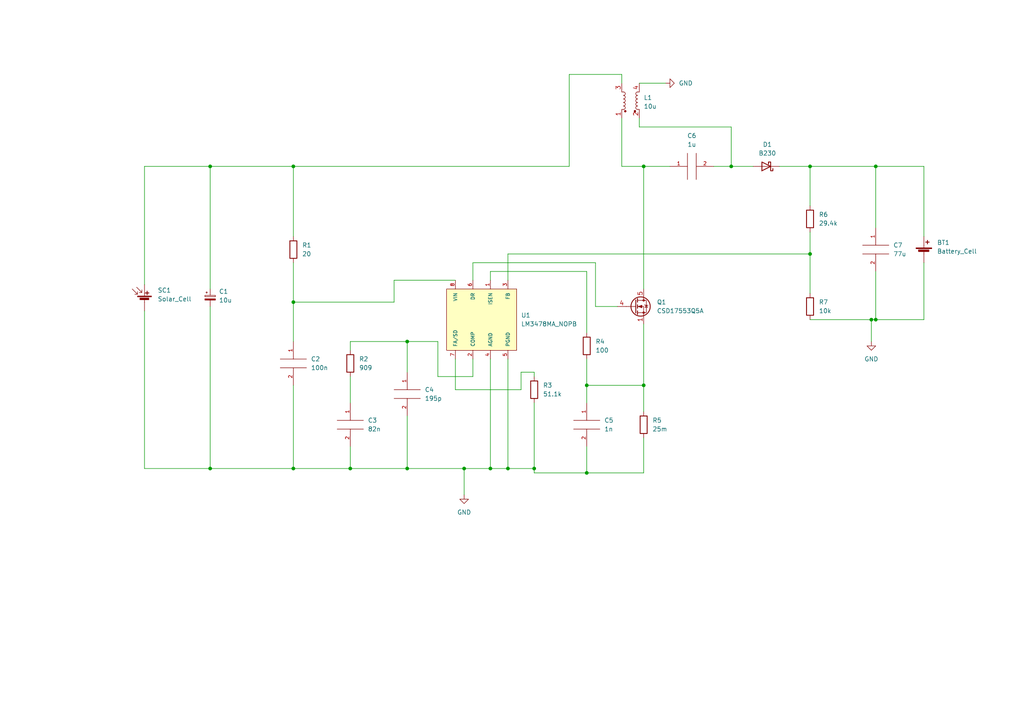
<source format=kicad_sch>
(kicad_sch (version 20211123) (generator eeschema)
  (paper "A4")
  (lib_symbols
    (symbol "Device:Battery_Cell" (pin_numbers hide) (pin_names (offset 0) hide)
      (property "Reference" "BT" (at 2.54 2.54 0))
      (property "Value" "Battery_Cell" (at 2.54 0 0))
      (symbol "Battery_Cell_0_1"
        (rectangle (start -2.286 1.778) (end 2.286 1.524) (fill (type outline)))
        (rectangle (start -1.5748 1.1938) (end 1.4732 0.6858) (fill (type outline)))
        (polyline (pts (xy 0 0.762) (xy 0 0)))
        (polyline (pts (xy 0 1.778) (xy 0 2.54)))
        (polyline (pts (xy 0.508 3.429) (xy 1.524 3.429)) (stroke (width 0.254)))
        (polyline (pts (xy 1.016 3.937) (xy 1.016 2.921)) (stroke (width 0.254)))
      )
      (symbol "Battery_Cell_1_1"
        (pin passive line (at 0 5.08 270) (length 2.54) (name "+") (number "1"))
        (pin passive line (at 0 -2.54 90) (length 2.54) (name "-") (number "2"))
      )
    )
    (symbol "Device:C_Polarized_Small" (pin_numbers hide) (pin_names (offset 0.254) hide)
      (property "Reference" "C" (at 0.254 1.778 0))
      (property "Value" "C_Polarized_Small" (at 0.254 -2.032 0))
      (symbol "C_Polarized_Small_0_1"
        (rectangle (start -1.524 -0.3048) (end 1.524 -0.6858) (fill (type outline)))
        (rectangle (start -1.524 0.6858) (end 1.524 0.3048))
        (polyline (pts (xy -1.27 1.524) (xy -0.762 1.524)))
        (polyline (pts (xy -1.016 1.27) (xy -1.016 1.778)))
      )
      (symbol "C_Polarized_Small_1_1"
        (pin passive line (at 0 2.54 270) (length 1.8542) (name "~") (number "1"))
        (pin passive line (at 0 -2.54 90) (length 1.8542) (name "~") (number "2"))
      )
    )
    (symbol "Device:L_Coupled_1324" (pin_names (offset 0.254) hide)
      (property "Reference" "L" (at 0 4.445 0))
      (property "Value" "L_Coupled_1324" (at 0 -4.445 0))
      (symbol "L_Coupled_1324_0_1"
        (circle (center -3.048 -1.27) (radius 0.254) (fill (type outline)))
        (circle (center -3.048 1.524) (radius 0.254) (fill (type outline)))
        (arc (start -2.54 2.032) (mid -2.032 1.524) (end -1.524 2.032))
        (arc (start -1.524 -2.032) (mid -2.032 -1.524) (end -2.54 -2.032))
        (arc (start -1.524 2.032) (mid -1.016 1.524) (end -0.508 2.032))
        (arc (start -0.508 -2.032) (mid -1.016 -1.524) (end -1.524 -2.032))
        (arc (start -0.508 2.032) (mid 0 1.524) (end 0.508 2.032))
        (polyline (pts (xy -2.54 -2.032) (xy -2.54 -2.54)))
        (polyline (pts (xy -2.54 2.032) (xy -2.54 2.54)))
        (polyline (pts (xy 2.54 -2.032) (xy 2.54 -2.54)))
        (polyline (pts (xy 2.54 2.54) (xy 2.54 2.032)))
        (arc (start 0.508 -2.032) (mid 0 -1.524) (end -0.508 -2.032))
        (arc (start 0.508 2.032) (mid 1.016 1.524) (end 1.524 2.032))
        (arc (start 1.524 -2.032) (mid 1.016 -1.524) (end 0.508 -2.032))
        (arc (start 1.524 2.032) (mid 2.032 1.524) (end 2.54 2.032))
        (arc (start 2.54 -2.032) (mid 2.032 -1.524) (end 1.524 -2.032))
      )
      (symbol "L_Coupled_1324_1_1"
        (pin passive line (at -5.08 2.54 0) (length 2.54) (name "1") (number "1"))
        (pin passive line (at -5.08 -2.54 0) (length 2.54) (name "2") (number "2"))
        (pin passive line (at 5.08 2.54 180) (length 2.54) (name "3") (number "3"))
        (pin passive line (at 5.08 -2.54 180) (length 2.54) (name "4") (number "4"))
      )
    )
    (symbol "Device:R" (pin_numbers hide) (pin_names (offset 0))
      (property "Reference" "R" (at 2.032 0 90))
      (property "Value" "R" (at 0 0 90))
      (symbol "R_0_1"
        (rectangle (start -1.016 -2.54) (end 1.016 2.54) (stroke (width 0.254)))
      )
      (symbol "R_1_1"
        (pin passive line (at 0 3.81 270) (length 1.27) (name "~") (number "1"))
        (pin passive line (at 0 -3.81 90) (length 1.27) (name "~") (number "2"))
      )
    )
    (symbol "Device:Solar_Cell" (pin_numbers hide) (pin_names (offset 0) hide)
      (property "Reference" "SC" (at 2.54 2.54 0))
      (property "Value" "Solar_Cell" (at 2.54 0 0))
      (symbol "Solar_Cell_0_1"
        (rectangle (start -2.032 1.778) (end 2.032 1.524) (fill (type outline)))
        (rectangle (start -1.3208 1.1938) (end 1.27 0.6858) (fill (type outline)))
        (polyline (pts (xy -2.032 2.286) (xy -3.556 3.81)))
        (polyline (pts (xy -0.762 2.794) (xy -2.286 4.318)))
        (polyline (pts (xy 0 0.762) (xy 0 0)))
        (polyline (pts (xy 0 1.778) (xy 0 2.54)))
        (polyline (pts (xy 0.254 2.667) (xy 1.27 2.667)) (stroke (width 0.254)))
        (polyline (pts (xy 0.762 3.175) (xy 0.762 2.159)) (stroke (width 0.254)))
        (polyline (pts (xy -2.032 3.048) (xy -2.032 2.286) (xy -2.794 2.286)))
        (polyline (pts (xy -0.762 3.556) (xy -0.762 2.794) (xy -1.524 2.794)))
      )
      (symbol "Solar_Cell_1_1"
        (pin passive line (at 0 5.08 270) (length 2.54) (name "+") (number "1"))
        (pin passive line (at 0 -2.54 90) (length 2.54) (name "-") (number "2"))
      )
    )
    (symbol "Diode:B230" (pin_numbers hide) (pin_names (offset 1.016) hide)
      (property "Reference" "D" (at 0 2.54 0))
      (property "Value" "B230" (at 0 -2.54 0))
      (symbol "B230_0_1"
        (polyline (pts (xy 1.27 0) (xy -1.27 0)))
        (polyline (pts (xy 1.27 1.27) (xy 1.27 -1.27) (xy -1.27 0) (xy 1.27 1.27)) (stroke (width 0.254)))
        (polyline (pts (xy -1.905 0.635) (xy -1.905 1.27) (xy -1.27 1.27) (xy -1.27 -1.27) (xy -0.635 -1.27) (xy -0.635 -0.635)) (stroke (width 0.254)))
      )
      (symbol "B230_1_1"
        (pin passive line (at -3.81 0 0) (length 2.54) (name "K") (number "1"))
        (pin passive line (at 3.81 0 180) (length 2.54) (name "A") (number "2"))
      )
    )
    (symbol "Transistor_FET:CSD17553Q5A" (pin_names hide)
      (property "Reference" "Q" (at 5.08 1.905 0))
      (property "Value" "CSD17553Q5A" (at 5.08 0 0))
      (symbol "CSD17553Q5A_0_1"
        (polyline (pts (xy 0.254 0) (xy -2.54 0)))
        (polyline (pts (xy 0.254 1.905) (xy 0.254 -1.905)) (stroke (width 0.254)))
        (polyline (pts (xy 0.762 -1.27) (xy 0.762 -2.286)) (stroke (width 0.254)))
        (polyline (pts (xy 0.762 0.508) (xy 0.762 -0.508)) (stroke (width 0.254)))
        (polyline (pts (xy 0.762 2.286) (xy 0.762 1.27)) (stroke (width 0.254)))
        (polyline (pts (xy 2.54 2.54) (xy 2.54 1.778)))
        (polyline (pts (xy 2.54 -2.54) (xy 2.54 0) (xy 0.762 0)))
        (polyline (pts (xy 0.762 -1.778) (xy 3.302 -1.778) (xy 3.302 1.778) (xy 0.762 1.778)))
        (polyline (pts (xy 1.016 0) (xy 2.032 0.381) (xy 2.032 -0.381) (xy 1.016 0)) (fill (type outline)))
        (polyline (pts (xy 2.794 0.508) (xy 2.921 0.381) (xy 3.683 0.381) (xy 3.81 0.254)))
        (polyline (pts (xy 3.302 0.381) (xy 2.921 -0.254) (xy 3.683 -0.254) (xy 3.302 0.381)))
        (circle (center 1.651 0) (radius 2.794) (stroke (width 0.254)))
        (circle (center 2.54 -1.778) (radius 0.254) (fill (type outline)))
        (circle (center 2.54 1.778) (radius 0.254) (fill (type outline)))
      )
      (symbol "CSD17553Q5A_1_1"
        (pin passive line (at 2.54 -5.08 90) (length 2.54) (name "S") (number "1"))
        (pin passive line (at 2.54 -5.08 90) (length 2.54) hide (name "S") (number "2"))
        (pin passive line (at 2.54 -5.08 90) (length 2.54) hide (name "S") (number "3"))
        (pin passive line (at -5.08 0 0) (length 2.54) (name "G") (number "4"))
        (pin passive line (at 2.54 5.08 270) (length 2.54) (name "D") (number "5"))
      )
    )
    (symbol "eec:LM3478MA_NOPB" (pin_names (offset 1.016))
      (property "Reference" "U" (at 0 5.08 0))
      (property "Value" "LM3478MA_NOPB" (at 0 7.62 0))
      (symbol "LM3478MA_NOPB_1_1"
        (rectangle (start 5.08 2.54) (end 22.86 -17.78) (fill (type background)))
        (pin input line (at 25.4 -10.16 180) (length 2.54) (name "ISEN") (number "1"))
        (pin passive line (at 2.54 -5.08 0) (length 2.54) (name "COMP") (number "2"))
        (pin input line (at 25.4 -15.24 180) (length 2.54) (name "FB") (number "3"))
        (pin power_in line (at 2.54 -10.16 0) (length 2.54) (name "AGND") (number "4"))
        (pin power_in line (at 2.54 -15.24 0) (length 2.54) (name "PGND") (number "5"))
        (pin output line (at 25.4 -5.08 180) (length 2.54) (name "DR") (number "6"))
        (pin input line (at 2.54 0 0) (length 2.54) (name "FA/SD") (number "7"))
        (pin power_in line (at 25.4 0 180) (length 2.54) (name "VIN") (number "8"))
      )
    )
    (symbol "power:GND" (power) (pin_names (offset 0))
      (property "Value" "GND" (at 0 -3.81 0))
      (symbol "GND_0_1"
        (polyline (pts (xy 0 0) (xy 0 -1.27) (xy 1.27 -1.27) (xy 0 -2.54) (xy -1.27 -1.27) (xy 0 -1.27)))
      )
      (symbol "GND_1_1"
        (pin power_in line (at 0 0 270) (length 0) hide (name "GND") (number "1"))
      )
    )
    (symbol "pspice:C" (pin_names (offset 0.254))
      (property "Reference" "C" (at 2.54 3.81 90))
      (property "Value" "C" (at 2.54 -3.81 90))
      (symbol "C_0_1"
        (polyline (pts (xy -3.81 -1.27) (xy 3.81 -1.27)))
        (polyline (pts (xy -3.81 1.27) (xy 3.81 1.27)))
      )
      (symbol "C_1_1"
        (pin passive line (at 0 6.35 270) (length 5.08) (name "~") (number "1"))
        (pin passive line (at 0 -6.35 90) (length 5.08) (name "~") (number "2"))
      )
    )
  )
  (junction (at 170.18 137.16))
  (junction (at 154.94 135.89))
  (junction (at 212.09 48.26))
  (junction (at 118.11 135.89))
  (junction (at 186.69 111.76))
  (junction (at 85.09 135.89))
  (junction (at 234.95 73.66))
  (junction (at 254 92.71))
  (junction (at 142.24 135.89))
  (junction (at 101.6 135.89))
  (junction (at 134.62 135.89))
  (junction (at 85.09 48.26))
  (junction (at 147.32 135.89))
  (junction (at 254 48.26))
  (junction (at 118.11 99.06))
  (junction (at 252.73 92.71))
  (junction (at 170.18 111.76))
  (junction (at 85.09 87.63))
  (junction (at 234.95 48.26))
  (junction (at 60.96 135.89))
  (junction (at 186.69 48.26))
  (junction (at 60.96 48.26))
  (wire (pts (xy 85.09 48.26) (xy 165.1 48.26)))
  (wire (pts (xy 118.11 99.06) (xy 127 99.06)))
  (wire (pts (xy 137.16 81.28) (xy 137.16 76.2)))
  (wire (pts (xy 234.95 67.31) (xy 234.95 73.66)))
  (wire (pts (xy 60.96 135.89) (xy 85.09 135.89)))
  (wire (pts (xy 172.72 76.2) (xy 172.72 88.9)))
  (wire (pts (xy 147.32 135.89) (xy 154.94 135.89)))
  (wire (pts (xy 147.32 81.28) (xy 147.32 73.66)))
  (wire (pts (xy 41.91 48.26) (xy 60.96 48.26)))
  (wire (pts (xy 207.01 48.26) (xy 212.09 48.26)))
  (wire (pts (xy 118.11 107.95) (xy 118.11 99.06)))
  (wire (pts (xy 85.09 135.89) (xy 101.6 135.89)))
  (wire (pts (xy 226.06 48.26) (xy 234.95 48.26)))
  (wire (pts (xy 85.09 111.76) (xy 85.09 135.89)))
  (wire (pts (xy 134.62 135.89) (xy 134.62 143.51)))
  (wire (pts (xy 185.42 34.29) (xy 185.42 36.83)))
  (wire (pts (xy 154.94 137.16) (xy 170.18 137.16)))
  (wire (pts (xy 234.95 92.71) (xy 252.73 92.71)))
  (wire (pts (xy 165.1 21.59) (xy 180.34 21.59)))
  (wire (pts (xy 254 48.26) (xy 267.97 48.26)))
  (wire (pts (xy 170.18 78.74) (xy 170.18 96.52)))
  (wire (pts (xy 170.18 111.76) (xy 186.69 111.76)))
  (wire (pts (xy 234.95 73.66) (xy 234.95 85.09)))
  (wire (pts (xy 186.69 111.76) (xy 186.69 119.38)))
  (wire (pts (xy 254 78.74) (xy 254 92.71)))
  (wire (pts (xy 132.08 113.03) (xy 151.13 113.03)))
  (wire (pts (xy 170.18 104.14) (xy 170.18 111.76)))
  (wire (pts (xy 137.16 76.2) (xy 172.72 76.2)))
  (wire (pts (xy 142.24 104.14) (xy 142.24 135.89)))
  (wire (pts (xy 132.08 81.28) (xy 114.3 81.28)))
  (wire (pts (xy 60.96 48.26) (xy 85.09 48.26)))
  (wire (pts (xy 234.95 48.26) (xy 254 48.26)))
  (wire (pts (xy 151.13 113.03) (xy 151.13 107.95)))
  (wire (pts (xy 137.16 109.22) (xy 127 109.22)))
  (wire (pts (xy 212.09 48.26) (xy 218.44 48.26)))
  (wire (pts (xy 154.94 135.89) (xy 154.94 137.16)))
  (wire (pts (xy 114.3 87.63) (xy 85.09 87.63)))
  (wire (pts (xy 267.97 68.58) (xy 267.97 48.26)))
  (wire (pts (xy 186.69 137.16) (xy 186.69 127)))
  (wire (pts (xy 180.34 48.26) (xy 186.69 48.26)))
  (wire (pts (xy 85.09 87.63) (xy 85.09 99.06)))
  (wire (pts (xy 41.91 135.89) (xy 60.96 135.89)))
  (wire (pts (xy 154.94 107.95) (xy 154.94 109.22)))
  (wire (pts (xy 172.72 88.9) (xy 179.07 88.9)))
  (wire (pts (xy 101.6 135.89) (xy 101.6 129.54)))
  (wire (pts (xy 170.18 129.54) (xy 170.18 137.16)))
  (wire (pts (xy 142.24 135.89) (xy 147.32 135.89)))
  (wire (pts (xy 180.34 21.59) (xy 180.34 24.13)))
  (wire (pts (xy 137.16 104.14) (xy 137.16 109.22)))
  (wire (pts (xy 142.24 78.74) (xy 170.18 78.74)))
  (wire (pts (xy 186.69 93.98) (xy 186.69 111.76)))
  (wire (pts (xy 134.62 135.89) (xy 142.24 135.89)))
  (wire (pts (xy 127 109.22) (xy 127 99.06)))
  (wire (pts (xy 252.73 92.71) (xy 254 92.71)))
  (wire (pts (xy 254 92.71) (xy 267.97 92.71)))
  (wire (pts (xy 212.09 36.83) (xy 212.09 48.26)))
  (wire (pts (xy 252.73 92.71) (xy 252.73 99.06)))
  (wire (pts (xy 267.97 76.2) (xy 267.97 92.71)))
  (wire (pts (xy 60.96 83.82) (xy 60.96 48.26)))
  (wire (pts (xy 142.24 81.28) (xy 142.24 78.74)))
  (wire (pts (xy 254 48.26) (xy 254 66.04)))
  (wire (pts (xy 118.11 135.89) (xy 134.62 135.89)))
  (wire (pts (xy 165.1 48.26) (xy 165.1 21.59)))
  (wire (pts (xy 186.69 48.26) (xy 194.31 48.26)))
  (wire (pts (xy 154.94 116.84) (xy 154.94 135.89)))
  (wire (pts (xy 170.18 137.16) (xy 186.69 137.16)))
  (wire (pts (xy 147.32 73.66) (xy 234.95 73.66)))
  (wire (pts (xy 170.18 111.76) (xy 170.18 116.84)))
  (wire (pts (xy 101.6 109.22) (xy 101.6 116.84)))
  (wire (pts (xy 101.6 135.89) (xy 118.11 135.89)))
  (wire (pts (xy 114.3 81.28) (xy 114.3 87.63)))
  (wire (pts (xy 101.6 99.06) (xy 101.6 101.6)))
  (wire (pts (xy 41.91 82.55) (xy 41.91 48.26)))
  (wire (pts (xy 60.96 88.9) (xy 60.96 135.89)))
  (wire (pts (xy 185.42 36.83) (xy 212.09 36.83)))
  (wire (pts (xy 151.13 107.95) (xy 154.94 107.95)))
  (wire (pts (xy 41.91 90.17) (xy 41.91 135.89)))
  (wire (pts (xy 85.09 68.58) (xy 85.09 48.26)))
  (wire (pts (xy 118.11 135.89) (xy 118.11 120.65)))
  (wire (pts (xy 118.11 99.06) (xy 101.6 99.06)))
  (wire (pts (xy 132.08 104.14) (xy 132.08 113.03)))
  (wire (pts (xy 85.09 76.2) (xy 85.09 87.63)))
  (wire (pts (xy 234.95 48.26) (xy 234.95 59.69)))
  (wire (pts (xy 180.34 34.29) (xy 180.34 48.26)))
  (wire (pts (xy 185.42 24.13) (xy 193.04 24.13)))
  (wire (pts (xy 186.69 83.82) (xy 186.69 48.26)))
  (wire (pts (xy 147.32 104.14) (xy 147.32 135.89)))
  (symbol (lib_id "Device:R") (at 186.69 123.19 0) (unit 1)
    (property "Reference" "R5" (at 189.23 121.9199 0) (effects (justify left)))
    (property "Value" "25m" (at 189.23 124.4599 0) (effects (justify left)))
  )
  (symbol (lib_id "power:GND") (at 252.73 99.06 0) (unit 1)
    (property "Reference" "#PWR?" (effects hide))
    (property "Value" "GND" (at 252.73 104.14 0))
  )
  (symbol (lib_id "pspice:C") (at 118.11 114.3 0) (unit 1)
    (property "Reference" "C4" (at 123.19 113.0299 0) (effects (justify left)))
    (property "Value" "195p" (at 123.19 115.5699 0) (effects (justify left)))
  )
  (symbol (lib_id "Device:R") (at 101.6 105.41 0) (unit 1)
    (property "Reference" "R2" (at 104.14 104.1399 0) (effects (justify left)))
    (property "Value" "909" (at 104.14 106.6799 0) (effects (justify left)))
  )
  (symbol (lib_id "power:GND") (at 193.04 24.13 90) (unit 1)
    (property "Reference" "#PWR0101" (effects hide))
    (property "Value" "GND" (at 196.85 24.1299 90) (effects (justify right)))
  )
  (symbol (lib_id "pspice:C") (at 170.18 123.19 0) (unit 1)
    (property "Reference" "C5" (at 175.26 121.9199 0) (effects (justify left)))
    (property "Value" "1n" (at 175.26 124.4599 0) (effects (justify left)))
  )
  (symbol (lib_id "pspice:C") (at 200.66 48.26 90) (unit 1)
    (property "Reference" "C6" (at 200.66 39.37 90))
    (property "Value" "1u" (at 200.66 41.91 90))
  )
  (symbol (lib_id "Device:R") (at 170.18 100.33 0) (unit 1)
    (property "Reference" "R4" (at 172.72 99.0599 0) (effects (justify left)))
    (property "Value" "100" (at 172.72 101.5999 0) (effects (justify left)))
  )
  (symbol (lib_id "Device:R") (at 154.94 113.03 0) (unit 1)
    (property "Reference" "R3" (at 157.48 111.7599 0) (effects (justify left)))
    (property "Value" "51.1k" (at 157.48 114.2999 0) (effects (justify left)))
  )
  (symbol (lib_id "pspice:C") (at 85.09 105.41 0) (unit 1)
    (property "Reference" "C2" (at 90.17 104.1399 0) (effects (justify left)))
    (property "Value" "100n" (at 90.17 106.6799 0) (effects (justify left)))
  )
  (symbol (lib_id "pspice:C") (at 101.6 123.19 0) (unit 1)
    (property "Reference" "C3" (at 106.68 121.9199 0) (effects (justify left)))
    (property "Value" "82n" (at 106.68 124.4599 0) (effects (justify left)))
  )
  (symbol (lib_id "Device:R") (at 234.95 63.5 0) (unit 1)
    (property "Reference" "R6" (at 237.49 62.2299 0) (effects (justify left)))
    (property "Value" "29.4k" (at 237.49 64.7699 0) (effects (justify left)))
  )
  (symbol (lib_id "Device:C_Polarized_Small") (at 60.96 86.36 0) (unit 1)
    (property "Reference" "C1" (at 63.5 84.5438 0) (effects (justify left)))
    (property "Value" "10u" (at 63.5 87.0838 0) (effects (justify left)))
  )
  (symbol (lib_id "Device:R") (at 234.95 88.9 0) (unit 1)
    (property "Reference" "R7" (at 237.49 87.6299 0) (effects (justify left)))
    (property "Value" "10k" (at 237.49 90.1699 0) (effects (justify left)))
  )
  (symbol (lib_id "Device:Battery_Cell") (at 267.97 73.66 0) (unit 1)
    (property "Reference" "BT1" (at 271.78 70.3579 0) (effects (justify left)))
    (property "Value" "Battery_Cell" (at 271.78 72.8979 0) (effects (justify left)))
  )
  (symbol (lib_id "Transistor_FET:CSD17553Q5A") (at 184.15 88.9 0) (unit 1)
    (property "Reference" "Q1" (at 190.5 87.6299 0) (effects (justify left)))
    (property "Value" "CSD17553Q5A" (at 190.5 90.1699 0) (effects (justify left)))
    (property "Footprint" "Package_TO_SOT_SMD:TDSON-8-1" (effects hide))
    (property "Datasheet" "http://www.ti.com/lit/gpn/csd17553q5a" (effects hide))
  )
  (symbol (lib_id "power:GND") (at 134.62 143.51 0) (unit 1)
    (property "Reference" "#PWR?" (effects hide))
    (property "Value" "GND" (at 134.62 148.59 0))
  )
  (symbol (lib_id "eec:LM3478MA_NOPB") (at 132.08 106.68 90) (unit 1)
    (property "Reference" "U1" (at 151.13 91.4399 90) (effects (justify right)))
    (property "Value" "LM3478MA_NOPB" (at 151.13 93.9799 90) (effects (justify right)))
    (property "Footprint" "Texas_Instruments-LM3478MA_NOPB-*" (effects hide))
    (property "Code  IPC" "SOIC127P600-8" (effects hide))
    (property "Code  JEDEC" "MS-012-AA" (effects hide))
    (property "Comp Type" "MiscPower" (effects hide))
    (property "Component Link 1 Description" "Datasheet URL" (effects hide))
    (property "Component Link 1 URL" "http://www.ti.com/general/docs/lit/getliterature.tsp?genericPartNumber=LM3478&fileType=pdf" (effects hide))
    (property "High  Reliability" "Y" (effects hide))
    (property "Package Description" "SOIC Narrow, 4.9 x 3.9 x 1.45mm, 8 Lead, 1.27mm Pitch" (effects hide))
    (property "Package Top Marking" "NSZXTT*L3478*MA" (effects hide))
    (property "Pin Count" "8" (effects hide))
    (property "Power Wise" "N" (effects hide))
    (property "category" "IC" (effects hide))
    (property "ciiva ids" "1476363" (effects hide))
    (property "library id" "5b2af8facd9a6c1e" (effects hide))
    (property "manufacturer" "Texas Instruments" (effects hide))
    (property "package" "D0008A" (effects hide))
    (property "release date" "1464093499" (effects hide))
    (property "rohs" "Yes" (effects hide))
    (property "vault revision" "9832135E-4D35-4858-BAD6-38396113CEAB" (effects hide))
    (property "imported" "yes" (effects hide))
  )
  (symbol (lib_id "Device:R") (at 85.09 72.39 0) (unit 1)
    (property "Reference" "R1" (at 87.63 71.1199 0) (effects (justify left)))
    (property "Value" "20" (at 87.63 73.6599 0) (effects (justify left)))
  )
  (symbol (lib_id "Device:L_Coupled_1324") (at 182.88 29.21 90) (unit 1)
    (property "Reference" "L1" (at 186.69 28.3209 90) (effects (justify right)))
    (property "Value" "10u" (at 186.69 30.8609 90) (effects (justify right)))
  )
  (symbol (lib_id "Diode:B230") (at 222.25 48.26 180) (unit 1)
    (property "Reference" "D1" (at 222.5675 41.91 0))
    (property "Value" "B230" (at 222.5675 44.45 0))
    (property "Footprint" "Diode_SMD:D_SMB" (effects hide))
    (property "Datasheet" "http://www.jameco.com/Jameco/Products/ProdDS/1538777.pdf" (effects hide))
  )
  (symbol (lib_id "pspice:C") (at 254 72.39 0) (unit 1)
    (property "Reference" "C7" (at 259.08 71.1199 0) (effects (justify left)))
    (property "Value" "77u" (at 259.08 73.6599 0) (effects (justify left)))
  )
  (symbol (lib_id "Device:Solar_Cell") (at 41.91 87.63 0) (unit 1)
    (property "Reference" "SC1" (at 45.72 84.2009 0) (effects (justify left)))
    (property "Value" "Solar_Cell" (at 45.72 86.7409 0) (effects (justify left)))
  )
)
</source>
